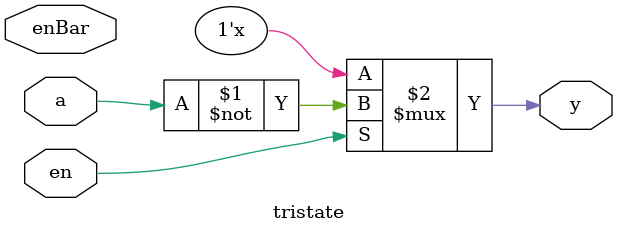
<source format=sv>
module testbench();
    logic a, en, enBar, y;

    // The device under test
    tristate dut(a, en, enBar, y);

        `include "testfixture.verilog"

endmodule

module tristate(input  logic a,
                input  logic en,
                input  logic enBar,
                output logic y);

   assign #1 y = en ? ~a : 1'bz;
endmodule


</source>
